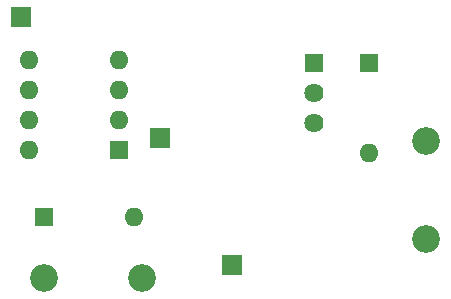
<source format=gbr>
%TF.GenerationSoftware,KiCad,Pcbnew,8.0.7*%
%TF.CreationDate,2025-04-15T22:45:42-07:00*%
%TF.ProjectId,M56PowerPrototype,4d353650-6f77-4657-9250-726f746f7479,rev?*%
%TF.SameCoordinates,Original*%
%TF.FileFunction,Soldermask,Bot*%
%TF.FilePolarity,Negative*%
%FSLAX46Y46*%
G04 Gerber Fmt 4.6, Leading zero omitted, Abs format (unit mm)*
G04 Created by KiCad (PCBNEW 8.0.7) date 2025-04-15 22:45:42*
%MOMM*%
%LPD*%
G01*
G04 APERTURE LIST*
%ADD10C,2.336800*%
%ADD11R,1.700000X1.700000*%
%ADD12R,1.600000X1.600000*%
%ADD13O,1.600000X1.600000*%
%ADD14R,1.625600X1.625600*%
%ADD15C,1.625600*%
G04 APERTURE END LIST*
D10*
%TO.C,J1*%
X104836000Y-53822600D03*
X104836000Y-45567600D03*
%TD*%
D11*
%TO.C,TP4*%
X88400000Y-56000000D03*
%TD*%
%TO.C,TP2*%
X70500000Y-35000000D03*
%TD*%
D12*
%TO.C,D1*%
X72490000Y-52000000D03*
D13*
X80110000Y-52000000D03*
%TD*%
D10*
%TO.C,J2*%
X72477400Y-57136000D03*
X80732400Y-57136000D03*
%TD*%
D14*
%TO.C,U2*%
X95300000Y-38920000D03*
D15*
X95300000Y-41460000D03*
X95300000Y-44000000D03*
%TD*%
D11*
%TO.C,TP3*%
X82300000Y-45300000D03*
%TD*%
D12*
%TO.C,D2*%
X100000000Y-38890000D03*
D13*
X100000000Y-46510000D03*
%TD*%
D12*
%TO.C,U4*%
X78800000Y-46300000D03*
D13*
X78800000Y-43760000D03*
X78800000Y-41220000D03*
X78800000Y-38680000D03*
X71180000Y-38680000D03*
X71180000Y-41220000D03*
X71180000Y-43760000D03*
X71180000Y-46300000D03*
%TD*%
M02*

</source>
